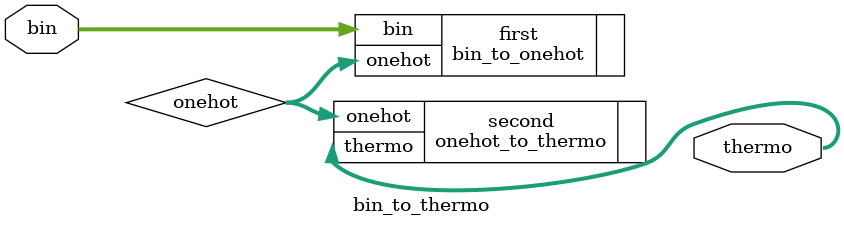
<source format=v>
`timescale 1ns/1ns

module bin_to_thermo(
    bin,
    thermo
    );

input [3:0] bin;
output [14:0] thermo;

wire [15:0] onehot;

bin_to_onehot first(
    .bin(bin),
    .onehot(onehot)
);

onehot_to_thermo second(
    .onehot(onehot),
    .thermo(thermo)
);

endmodule

</source>
